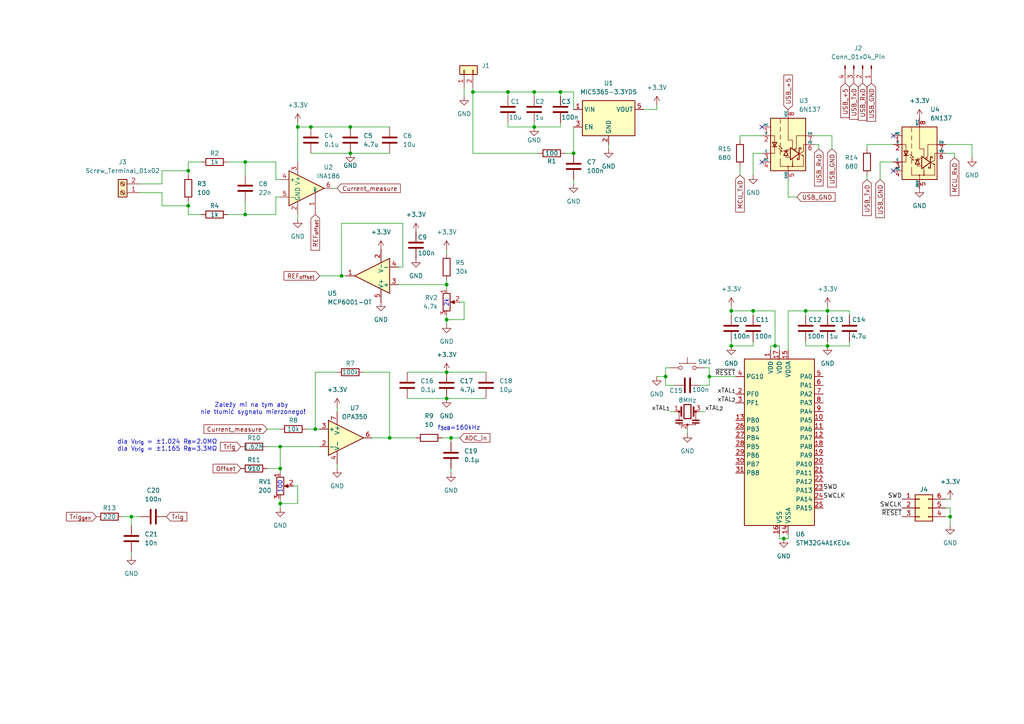
<source format=kicad_sch>
(kicad_sch (version 20250114) (generator "eeschema") (generator_version "9.0")
  (paper "A4")
  (lib_symbols
    (symbol "Amplifier_Current:INA199xxDCK" (pin_names (offset 0.127))
      (property "Reference" "U" (at 3.81 3.81 0))
      (property "Value" "INA199xxDCK" (at 3.81 -2.54 0))
      (symbol "INA199xxDCK_1_1"
        (pin input line (at -7.62 2.54 0) (length 2.54) (name "+") (number "4"))
        (pin input line (at -7.62 -2.54 0) (length 2.54) (name "-") (number "5"))
        (pin power_in line (at -2.54 7.62 270) (length 3.81) (name "V+") (number "3"))
        (pin power_in line (at -2.54 -7.62 90) (length 3.81) (name "GND") (number "2"))
        (pin input line (at 2.54 -7.62 90) (length 6.35) (name "REF") (number "1"))
        (pin output line (at 7.62 0 180) (length 2.54) (name "~") (number "6"))
      )
    )
    (symbol "Amplifier_Operational:MCP6001-OT" (pin_names (offset 0.127))
      (property "Reference" "U" (at -1.27 6.35 0))
      (property "Value" "MCP6001-OT" (at -1.27 3.81 0))
      (symbol "MCP6001-OT_0_1"
        (pin power_in line (at -2.54 7.62 270) (length 3.81) (name "V+") (number "5"))
        (pin power_in line (at -2.54 -7.62 90) (length 3.81) (name "V-") (number "2"))
      )
      (symbol "MCP6001-OT_1_1"
        (pin input line (at -7.62 2.54 0) (length 2.54) (name "+") (number "3"))
        (pin input line (at -7.62 -2.54 0) (length 2.54) (name "-") (number "4"))
        (pin output line (at 7.62 0 180) (length 2.54) (name "~") (number "1"))
      )
    )
    (symbol "Amplifier_Operational:OPA356xxD" (pin_names (offset 0.127))
      (property "Reference" "U" (at 0 6.35 0))
      (property "Value" "OPA356xxD" (at 0 3.81 0))
      (symbol "OPA356xxD_1_1"
        (pin input line (at -7.62 2.54 0) (length 2.54) (name "+") (number "3"))
        (pin input line (at -7.62 -2.54 0) (length 2.54) (name "-") (number "2"))
        (pin power_in line (at -2.54 7.62 270) (length 3.81) (name "V+") (number "7"))
        (pin no_connect line (at -2.54 2.54 270) (length 2.54) (hide yes) (name "NC") (number "1"))
        (pin power_in line (at -2.54 -7.62 90) (length 3.81) (name "V-") (number "4"))
        (pin no_connect line (at 0 2.54 270) (length 2.54) (hide yes) (name "NC") (number "5"))
        (pin no_connect line (at 0 -2.54 90) (length 2.54) (hide yes) (name "NC") (number "8"))
        (pin output line (at 7.62 0 180) (length 2.54) (name "~") (number "6"))
      )
    )
    (symbol "Connector:Conn_01x04_Pin" (pin_names (offset 1.016) (hide yes))
      (property "Reference" "J" (at 0 5.08 0))
      (property "Value" "Conn_01x04_Pin" (at 0 -7.62 0))
      (symbol "Conn_01x04_Pin_1_1"
        (pin passive line (at 5.08 2.54 180) (length 3.81) (name "Pin_1") (number "1"))
        (pin passive line (at 5.08 0 180) (length 3.81) (name "Pin_2") (number "2"))
        (pin passive line (at 5.08 -2.54 180) (length 3.81) (name "Pin_3") (number "3"))
        (pin passive line (at 5.08 -5.08 180) (length 3.81) (name "Pin_4") (number "4"))
      )
    )
    (symbol "Connector:Screw_Terminal_01x02" (pin_names (offset 1.016) (hide yes))
      (property "Reference" "J" (at 0 2.54 0))
      (property "Value" "Screw_Terminal_01x02" (at 0 -5.08 0))
      (symbol "Screw_Terminal_01x02_1_1"
        (pin passive line (at -5.08 0 0) (length 3.81) (name "Pin_1") (number "1"))
        (pin passive line (at -5.08 -2.54 0) (length 3.81) (name "Pin_2") (number "2"))
      )
    )
    (symbol "Connector_Generic:Conn_01x02" (pin_names (offset 1.016) (hide yes))
      (property "Reference" "J" (at 0 2.54 0))
      (property "Value" "Conn_01x02" (at 0 -5.08 0))
      (symbol "Conn_01x02_1_1"
        (pin passive line (at -5.08 0 0) (length 3.81) (name "Pin_1") (number "1"))
        (pin passive line (at -5.08 -2.54 0) (length 3.81) (name "Pin_2") (number "2"))
      )
    )
    (symbol "Connector_Generic:Conn_02x03_Counter_Clockwise" (pin_names (offset 1.016) (hide yes))
      (property "Reference" "J" (at 1.27 5.08 0))
      (property "Value" "Conn_02x03_Counter_Clockwise" (at 1.27 -5.08 0))
      (symbol "Conn_02x03_Counter_Clockwise_1_1"
        (pin passive line (at -5.08 2.54 0) (length 3.81) (name "Pin_1") (number "1"))
        (pin passive line (at -5.08 0 0) (length 3.81) (name "Pin_2") (number "2"))
        (pin passive line (at -5.08 -2.54 0) (length 3.81) (name "Pin_3") (number "3"))
        (pin passive line (at 7.62 2.54 180) (length 3.81) (name "Pin_6") (number "6"))
        (pin passive line (at 7.62 0 180) (length 3.81) (name "Pin_5") (number "5"))
        (pin passive line (at 7.62 -2.54 180) (length 3.81) (name "Pin_4") (number "4"))
      )
    )
    (symbol "Device:C" (pin_numbers (hide yes)) (pin_names (offset 0.254))
      (property "Reference" "C" (at 0.635 2.54 0))
      (property "Value" "C" (at 0.635 -2.54 0))
      (symbol "C_1_1"
        (pin passive line (at 0 3.81 270) (length 2.794) (name "~") (number "1"))
        (pin passive line (at 0 -3.81 90) (length 2.794) (name "~") (number "2"))
      )
    )
    (symbol "Device:R" (pin_numbers (hide yes)) (pin_names (offset 0))
      (property "Reference" "R" (at 2.032 0 90))
      (property "Value" "R" (at 0 0 90))
      (symbol "R_1_1"
        (pin passive line (at 0 3.81 270) (length 1.27) (name "~") (number "1"))
        (pin passive line (at 0 -3.81 90) (length 1.27) (name "~") (number "2"))
      )
    )
    (symbol "Device:R_Potentiometer" (pin_names (offset 1.016) (hide yes))
      (property "Reference" "RV" (at -4.445 0 90))
      (property "Value" "R_Potentiometer" (at -2.54 0 90))
      (symbol "R_Potentiometer_1_1"
        (pin passive line (at 0 3.81 270) (length 1.27) (name "1") (number "1"))
        (pin passive line (at 0 -3.81 90) (length 1.27) (name "3") (number "3"))
        (pin passive line (at 3.81 0 180) (length 1.27) (name "2") (number "2"))
      )
    )
    (symbol "Device:Resonator" (pin_names (offset 1.016) (hide yes))
      (property "Reference" "Y" (at 0 5.715 0))
      (property "Value" "Resonator" (at 0 3.81 0))
      (symbol "Resonator_1_1"
        (pin passive line (at -3.81 0 0) (length 1.27) (name "1") (number "1"))
        (pin passive line (at 0 -5.08 90) (length 1.27) (name "2") (number "2"))
        (pin passive line (at 3.81 0 180) (length 1.27) (name "3") (number "3"))
      )
    )
    (symbol "Isolator:6N137" (pin_names (offset 0))
      (property "Reference" "U" (at -4.064 8.89 0))
      (property "Value" "6N137" (at 0 -8.89 0))
      (symbol "6N137_1_1"
        (pin passive line (at -7.62 5.08 0) (length 2.54) (name "NC") (number "1"))
        (pin passive line (at -7.62 2.54 0) (length 2.54) (name "A") (number "2"))
        (pin passive line (at -7.62 -2.54 0) (length 2.54) (name "C") (number "3"))
        (pin passive line (at -7.62 -5.08 0) (length 2.54) (name "NC") (number "4"))
        (pin power_in line (at 0 10.16 270) (length 2.54) (name "VCC") (number "8"))
        (pin power_in line (at 0 -10.16 90) (length 2.54) (name "GND") (number "5"))
        (pin input line (at 7.62 2.54 180) (length 2.54) (name "EN") (number "7"))
        (pin open_collector line (at 7.62 0 180) (length 2.54) (name "VO") (number "6"))
      )
    )
    (symbol "MCU_ST_STM32G4:STM32G431C8Tx"
      (property "Reference" "U" (at -15.24 39.37 0))
      (property "Value" "STM32G431C8Tx" (at 7.62 39.37 0))
      (symbol "STM32G431C8Tx_1_1"
        (pin input line (at -17.78 33.02 0) (length 2.54) (name "VREF+") (number "20"))
        (pin bidirectional line (at -17.78 27.94 0) (length 2.54) (name "PG10") (number "7"))
        (pin bidirectional line (at -17.78 22.86 0) (length 2.54) (name "PF0") (number "5"))
        (pin bidirectional line (at -17.78 20.32 0) (length 2.54) (name "PF1") (number "6"))
        (pin bidirectional line (at -17.78 15.24 0) (length 2.54) (name "PC13") (number "2"))
        (pin bidirectional line (at -17.78 12.7 0) (length 2.54) (name "PC14") (number "3"))
        (pin bidirectional line (at -17.78 10.16 0) (length 2.54) (name "PC15") (number "4"))
        (pin bidirectional line (at -17.78 5.08 0) (length 2.54) (name "PB0") (number "16"))
        (pin bidirectional line (at -17.78 2.54 0) (length 2.54) (name "PB1") (number "17"))
        (pin bidirectional line (at -17.78 0 0) (length 2.54) (name "PB2") (number "18"))
        (pin bidirectional line (at -17.78 -2.54 0) (length 2.54) (name "PB3") (number "40"))
        (pin bidirectional line (at -17.78 -5.08 0) (length 2.54) (name "PB4") (number "41"))
        (pin bidirectional line (at -17.78 -7.62 0) (length 2.54) (name "PB5") (number "42"))
        (pin bidirectional line (at -17.78 -10.16 0) (length 2.54) (name "PB6") (number "43"))
        (pin bidirectional line (at -17.78 -12.7 0) (length 2.54) (name "PB7") (number "44"))
        (pin bidirectional line (at -17.78 -15.24 0) (length 2.54) (name "PB8") (number "45"))
        (pin bidirectional line (at -17.78 -17.78 0) (length 2.54) (name "PB9") (number "46"))
        (pin bidirectional line (at -17.78 -20.32 0) (length 2.54) (name "PB10") (number "22"))
        (pin bidirectional line (at -17.78 -22.86 0) (length 2.54) (name "PB11") (number "25"))
        (pin bidirectional line (at -17.78 -25.4 0) (length 2.54) (name "PB12") (number "26"))
        (pin bidirectional line (at -17.78 -27.94 0) (length 2.54) (name "PB13") (number "27"))
        (pin bidirectional line (at -17.78 -30.48 0) (length 2.54) (name "PB14") (number "28"))
        (pin bidirectional line (at -17.78 -33.02 0) (length 2.54) (name "PB15") (number "29"))
        (pin power_in line (at -5.08 40.64 270) (length 2.54) (name "VBAT") (number "1"))
        (pin power_in line (at -2.54 40.64 270) (length 2.54) (name "VDD") (number "24"))
        (pin power_in line (at 0 40.64 270) (length 2.54) (name "VDD") (number "36"))
        (pin power_in line (at 0 -40.64 90) (length 2.54) (name "VSS") (number "23"))
        (pin passive line (at 0 -40.64 90) (length 2.54) (hide yes) (name "VSS") (number "35"))
        (pin passive line (at 0 -40.64 90) (length 2.54) (hide yes) (name "VSS") (number "47"))
        (pin power_in line (at 2.54 40.64 270) (length 2.54) (name "VDD") (number "48"))
        (pin power_in line (at 2.54 -40.64 90) (length 2.54) (name "VSSA") (number "19"))
        (pin power_in line (at 5.08 40.64 270) (length 2.54) (name "VDDA") (number "21"))
        (pin bidirectional line (at 17.78 33.02 180) (length 2.54) (name "PA0") (number "8"))
        (pin bidirectional line (at 17.78 30.48 180) (length 2.54) (name "PA1") (number "9"))
        (pin bidirectional line (at 17.78 27.94 180) (length 2.54) (name "PA2") (number "10"))
        (pin bidirectional line (at 17.78 25.4 180) (length 2.54) (name "PA3") (number "11"))
        (pin bidirectional line (at 17.78 22.86 180) (length 2.54) (name "PA4") (number "12"))
        (pin bidirectional line (at 17.78 20.32 180) (length 2.54) (name "PA5") (number "13"))
        (pin bidirectional line (at 17.78 17.78 180) (length 2.54) (name "PA6") (number "14"))
        (pin bidirectional line (at 17.78 15.24 180) (length 2.54) (name "PA7") (number "15"))
        (pin bidirectional line (at 17.78 12.7 180) (length 2.54) (name "PA8") (number "30"))
        (pin bidirectional line (at 17.78 10.16 180) (length 2.54) (name "PA9") (number "31"))
        (pin bidirectional line (at 17.78 7.62 180) (length 2.54) (name "PA10") (number "32"))
        (pin bidirectional line (at 17.78 5.08 180) (length 2.54) (name "PA11") (number "33"))
        (pin bidirectional line (at 17.78 2.54 180) (length 2.54) (name "PA12") (number "34"))
        (pin bidirectional line (at 17.78 0 180) (length 2.54) (name "PA13") (number "37"))
        (pin bidirectional line (at 17.78 -2.54 180) (length 2.54) (name "PA14") (number "38"))
        (pin bidirectional line (at 17.78 -5.08 180) (length 2.54) (name "PA15") (number "39"))
      )
    )
    (symbol "MCU_ST_STM32G4:STM32G4A1KEUx"
      (property "Reference" "U" (at -10.16 26.67 0))
      (property "Value" "STM32G4A1KEUx" (at 5.08 26.67 0))
      (symbol "STM32G4A1KEUx_1_1"
        (pin bidirectional line (at -12.7 20.32 0) (length 2.54) (name "PG10") (number "4"))
        (pin bidirectional line (at -12.7 15.24 0) (length 2.54) (name "PF0") (number "2"))
        (pin bidirectional line (at -12.7 12.7 0) (length 2.54) (name "PF1") (number "3"))
        (pin bidirectional line (at -12.7 7.62 0) (length 2.54) (name "PB0") (number "13"))
        (pin bidirectional line (at -12.7 5.08 0) (length 2.54) (name "PB3") (number "26"))
        (pin bidirectional line (at -12.7 2.54 0) (length 2.54) (name "PB4") (number "27"))
        (pin bidirectional line (at -12.7 0 0) (length 2.54) (name "PB5") (number "28"))
        (pin bidirectional line (at -12.7 -2.54 0) (length 2.54) (name "PB6") (number "29"))
        (pin bidirectional line (at -12.7 -5.08 0) (length 2.54) (name "PB7") (number "30"))
        (pin bidirectional line (at -12.7 -7.62 0) (length 2.54) (name "PB8") (number "31"))
        (pin power_in line (at -2.54 27.94 270) (length 2.54) (name "VDD") (number "1"))
        (pin power_in line (at 0 27.94 270) (length 2.54) (name "VDD") (number "17"))
        (pin power_in line (at 0 -25.4 90) (length 2.54) (name "VSS") (number "16"))
        (pin passive line (at 0 -25.4 90) (length 2.54) (hide yes) (name "VSS") (number "32"))
        (pin passive line (at 0 -25.4 90) (length 2.54) (hide yes) (name "VSS") (number "33"))
        (pin power_in line (at 2.54 27.94 270) (length 2.54) (name "VDDA") (number "15"))
        (pin power_in line (at 2.54 -25.4 90) (length 2.54) (name "VSSA") (number "14"))
        (pin bidirectional line (at 12.7 20.32 180) (length 2.54) (name "PA0") (number "5"))
        (pin bidirectional line (at 12.7 17.78 180) (length 2.54) (name "PA1") (number "6"))
        (pin bidirectional line (at 12.7 15.24 180) (length 2.54) (name "PA2") (number "7"))
        (pin bidirectional line (at 12.7 12.7 180) (length 2.54) (name "PA3") (number "8"))
        (pin bidirectional line (at 12.7 10.16 180) (length 2.54) (name "PA4") (number "9"))
        (pin bidirectional line (at 12.7 7.62 180) (length 2.54) (name "PA5") (number "10"))
        (pin bidirectional line (at 12.7 5.08 180) (length 2.54) (name "PA6") (number "11"))
        (pin bidirectional line (at 12.7 2.54 180) (length 2.54) (name "PA7") (number "12"))
        (pin bidirectional line (at 12.7 0 180) (length 2.54) (name "PA8") (number "18"))
        (pin bidirectional line (at 12.7 -2.54 180) (length 2.54) (name "PA9") (number "19"))
        (pin bidirectional line (at 12.7 -5.08 180) (length 2.54) (name "PA10") (number "20"))
        (pin bidirectional line (at 12.7 -7.62 180) (length 2.54) (name "PA11") (number "21"))
        (pin bidirectional line (at 12.7 -10.16 180) (length 2.54) (name "PA12") (number "22"))
        (pin bidirectional line (at 12.7 -12.7 180) (length 2.54) (name "PA13") (number "23"))
        (pin bidirectional line (at 12.7 -15.24 180) (length 2.54) (name "PA14") (number "24"))
        (pin bidirectional line (at 12.7 -17.78 180) (length 2.54) (name "PA15") (number "25"))
      )
    )
    (symbol "Regulator_Linear:MIC5365-3.3YD5"
      (property "Reference" "U" (at -7.62 6.35 0))
      (property "Value" "MIC5365-3.3YD5" (at 0 6.35 0))
      (symbol "MIC5365-3.3YD5_1_1"
        (pin power_in line (at -10.16 2.54 0) (length 2.54) (name "VIN") (number "1"))
        (pin input line (at -10.16 -2.54 0) (length 2.54) (name "EN") (number "3"))
        (pin power_in line (at 0 -7.62 90) (length 2.54) (name "GND") (number "2"))
        (pin no_connect line (at 7.62 -2.54 180) (length 2.54) (hide yes) (name "NC") (number "4"))
        (pin power_out line (at 10.16 2.54 180) (length 2.54) (name "VOUT") (number "5"))
      )
    )
    (symbol "Switch:SW_Push" (pin_numbers (hide yes)) (pin_names (offset 1.016) (hide yes))
      (property "Reference" "SW" (at 1.27 2.54 0))
      (property "Value" "SW_Push" (at 0 -1.524 0))
      (symbol "SW_Push_0_1"
        (pin passive line (at -5.08 0 0) (length 2.54) (name "1") (number "1"))
        (pin passive line (at 5.08 0 180) (length 2.54) (name "2") (number "2"))
      )
    )
    (symbol "power:+3.3V" (power) (pin_numbers (hide yes)) (pin_names (offset 0) (hide yes))
      (property "Value" "+3.3V" (at 0 3.556 0))
      (symbol "+3.3V_1_1"
        (pin power_in line (at 0 0 90) (length 0) (name "~") (number "1"))
      )
    )
    (symbol "power:GND" (power) (pin_numbers (hide yes)) (pin_names (offset 0) (hide yes))
      (property "Value" "GND" (at 0 -3.81 0))
      (symbol "GND_1_1"
        (pin power_in line (at 0 0 270) (length 0) (name "~") (number "1"))
      )
    )
  )
  (text "Zależy mi na tym aby \nnie tłumić sygnału mierzonego!" (exclude_from_sim yes) (at 73.406 118.618 0) (effects (font (size 1.27 1.27))))
  (text "2k" (at 129.54 87.884 90) (effects (font (size 1.27 1.27))))
  (text "100" (at 81.28 141.224 90) (effects (font (size 1.27 1.27))))
  (text "f_{3dB}=160kHz" (exclude_from_sim yes) (at 133.096 124.206 0) (effects (font (size 1.27 1.27))))
  (text "dla V_{trig} = ±1.024 R_{8}=2.0MΩ\ndla V_{trig} = ±1.165 R_{8}=3.3MΩ\n" (at 48.514 129.286 0) (effects (font (size 1.27 1.27))))
  (junction (at 166.37 44.45))
  (junction (at 113.03 127))
  (junction (at 81.28 135.89))
  (junction (at 224.79 100.33))
  (junction (at 54.61 49.53))
  (junction (at 240.03 90.17))
  (junction (at 129.54 92.71))
  (junction (at 147.32 26.67))
  (junction (at 91.44 124.46))
  (junction (at 212.09 90.17))
  (junction (at 227.33 156.21))
  (junction (at 130.81 127))
  (junction (at 129.54 115.57))
  (junction (at 101.6 36.83))
  (junction (at 275.59 149.86))
  (junction (at 218.44 90.17))
  (junction (at 71.12 62.23))
  (junction (at 240.03 100.33))
  (junction (at 129.54 82.55))
  (junction (at 71.12 46.99))
  (junction (at 212.09 100.33))
  (junction (at 54.61 59.69))
  (junction (at 137.16 26.67))
  (junction (at 90.17 36.83))
  (junction (at 154.94 36.83))
  (junction (at 193.04 109.22))
  (junction (at 162.56 26.67))
  (junction (at 129.54 107.95))
  (junction (at 205.74 109.22))
  (junction (at 86.36 36.83))
  (junction (at 81.28 129.54))
  (junction (at 99.06 80.01))
  (junction (at 101.6 44.45))
  (junction (at 81.28 146.05))
  (junction (at 233.68 90.17))
  (junction (at 154.94 26.67))
  (junction (at 38.1 149.86))
  (no_connect (at 220.98 36.83))
  (no_connect (at 259.08 39.37))
  (no_connect (at 220.98 46.99))
  (no_connect (at 259.08 49.53))
  (wire (pts (xy 166.37 26.67) (xy 162.56 26.67)))
  (wire (pts (xy 129.54 115.57) (xy 140.97 115.57)))
  (wire (pts (xy 71.12 50.8) (xy 71.12 46.99)))
  (wire (pts (xy 129.54 91.44) (xy 129.54 92.71)))
  (wire (pts (xy 129.54 81.28) (xy 129.54 82.55)))
  (wire (pts (xy 77.47 124.46) (xy 81.28 124.46)))
  (wire (pts (xy 129.54 107.95) (xy 140.97 107.95)))
  (wire (pts (xy 86.36 36.83) (xy 90.17 36.83)))
  (wire (pts (xy 205.74 109.22) (xy 213.36 109.22)))
  (wire (pts (xy 255.27 46.99) (xy 259.08 46.99)))
  (wire (pts (xy 40.64 55.88) (xy 46.99 55.88)))
  (wire (pts (xy 113.03 127) (xy 107.95 127)))
  (wire (pts (xy 86.36 140.97) (xy 85.09 140.97)))
  (wire (pts (xy 80.01 52.07) (xy 80.01 46.99)))
  (wire (pts (xy 255.27 52.07) (xy 255.27 46.99)))
  (wire (pts (xy 134.62 92.71) (xy 134.62 87.63)))
  (wire (pts (xy 97.79 134.62) (xy 97.79 135.89)))
  (wire (pts (xy 81.28 52.07) (xy 80.01 52.07)))
  (wire (pts (xy 129.54 72.39) (xy 129.54 73.66)))
  (wire (pts (xy 113.03 127) (xy 120.65 127)))
  (wire (pts (xy 233.68 90.17) (xy 233.68 91.44)))
  (wire (pts (xy 129.54 82.55) (xy 129.54 83.82)))
  (wire (pts (xy 129.54 92.71) (xy 129.54 93.98)))
  (wire (pts (xy 205.74 111.76) (xy 205.74 109.22)))
  (wire (pts (xy 129.54 92.71) (xy 134.62 92.71)))
  (wire (pts (xy 86.36 62.23) (xy 86.36 63.5)))
  (wire (pts (xy 71.12 62.23) (xy 80.01 62.23)))
  (wire (pts (xy 66.04 46.99) (xy 71.12 46.99)))
  (wire (pts (xy 199.39 124.46) (xy 199.39 125.73)))
  (wire (pts (xy 274.32 144.78) (xy 275.59 144.78)))
  (wire (pts (xy 237.49 41.91) (xy 236.22 41.91)))
  (wire (pts (xy 147.32 26.67) (xy 147.32 27.94)))
  (wire (pts (xy 251.46 52.07) (xy 251.46 50.8)))
  (wire (pts (xy 46.99 53.34) (xy 46.99 49.53)))
  (wire (pts (xy 116.84 64.77) (xy 99.06 64.77)))
  (wire (pts (xy 233.68 90.17) (xy 228.6 90.17)))
  (wire (pts (xy 81.28 146.05) (xy 81.28 147.32)))
  (wire (pts (xy 137.16 26.67) (xy 147.32 26.67)))
  (wire (pts (xy 274.32 149.86) (xy 275.59 149.86)))
  (wire (pts (xy 226.06 100.33) (xy 226.06 101.6)))
  (wire (pts (xy 54.61 58.42) (xy 54.61 59.69)))
  (wire (pts (xy 90.17 44.45) (xy 101.6 44.45)))
  (wire (pts (xy 240.03 100.33) (xy 246.38 100.33)))
  (wire (pts (xy 223.52 101.6) (xy 223.52 100.33)))
  (wire (pts (xy 54.61 46.99) (xy 58.42 46.99)))
  (wire (pts (xy 166.37 31.75) (xy 166.37 26.67)))
  (wire (pts (xy 54.61 62.23) (xy 58.42 62.23)))
  (wire (pts (xy 212.09 90.17) (xy 212.09 91.44)))
  (wire (pts (xy 154.94 35.56) (xy 154.94 36.83)))
  (wire (pts (xy 275.59 149.86) (xy 275.59 152.4)))
  (wire (pts (xy 218.44 44.45) (xy 218.44 50.8)))
  (wire (pts (xy 130.81 127) (xy 130.81 128.27)))
  (wire (pts (xy 81.28 146.05) (xy 81.28 144.78)))
  (wire (pts (xy 66.04 62.23) (xy 71.12 62.23)))
  (wire (pts (xy 281.94 41.91) (xy 281.94 45.72)))
  (wire (pts (xy 91.44 124.46) (xy 92.71 124.46)))
  (wire (pts (xy 130.81 127) (xy 133.35 127)))
  (wire (pts (xy 54.61 59.69) (xy 54.61 62.23)))
  (wire (pts (xy 224.79 90.17) (xy 218.44 90.17)))
  (wire (pts (xy 246.38 100.33) (xy 246.38 99.06)))
  (wire (pts (xy 240.03 88.9) (xy 240.03 90.17)))
  (wire (pts (xy 218.44 99.06) (xy 218.44 100.33)))
  (wire (pts (xy 218.44 100.33) (xy 212.09 100.33)))
  (wire (pts (xy 40.64 53.34) (xy 46.99 53.34)))
  (wire (pts (xy 81.28 135.89) (xy 81.28 129.54)))
  (wire (pts (xy 163.83 44.45) (xy 166.37 44.45)))
  (wire (pts (xy 214.63 40.64) (xy 214.63 39.37)))
  (wire (pts (xy 190.5 30.48) (xy 190.5 31.75)))
  (wire (pts (xy 113.03 107.95) (xy 113.03 127)))
  (wire (pts (xy 77.47 129.54) (xy 81.28 129.54)))
  (wire (pts (xy 115.57 82.55) (xy 129.54 82.55)))
  (wire (pts (xy 38.1 149.86) (xy 40.64 149.86)))
  (wire (pts (xy 134.62 87.63) (xy 133.35 87.63)))
  (wire (pts (xy 101.6 36.83) (xy 113.03 36.83)))
  (wire (pts (xy 46.99 49.53) (xy 54.61 49.53)))
  (wire (pts (xy 99.06 64.77) (xy 99.06 80.01)))
  (wire (pts (xy 105.41 107.95) (xy 113.03 107.95)))
  (wire (pts (xy 71.12 58.42) (xy 71.12 62.23)))
  (wire (pts (xy 100.33 80.01) (xy 99.06 80.01)))
  (wire (pts (xy 81.28 146.05) (xy 86.36 146.05)))
  (wire (pts (xy 233.68 100.33) (xy 240.03 100.33)))
  (wire (pts (xy 251.46 41.91) (xy 259.08 41.91)))
  (wire (pts (xy 128.27 127) (xy 130.81 127)))
  (wire (pts (xy 147.32 36.83) (xy 154.94 36.83)))
  (wire (pts (xy 137.16 25.4) (xy 137.16 26.67)))
  (wire (pts (xy 205.74 109.22) (xy 205.74 106.68)))
  (wire (pts (xy 233.68 99.06) (xy 233.68 100.33)))
  (wire (pts (xy 38.1 149.86) (xy 38.1 152.4)))
  (wire (pts (xy 193.04 106.68) (xy 193.04 109.22)))
  (wire (pts (xy 214.63 39.37) (xy 220.98 39.37)))
  (wire (pts (xy 274.32 41.91) (xy 281.94 41.91)))
  (wire (pts (xy 218.44 90.17) (xy 218.44 91.44)))
  (wire (pts (xy 227.33 156.21) (xy 228.6 156.21)))
  (wire (pts (xy 240.03 99.06) (xy 240.03 100.33)))
  (wire (pts (xy 80.01 62.23) (xy 80.01 57.15)))
  (wire (pts (xy 186.69 31.75) (xy 190.5 31.75)))
  (wire (pts (xy 176.53 41.91) (xy 176.53 43.18)))
  (wire (pts (xy 236.22 39.37) (xy 241.3 39.37)))
  (wire (pts (xy 154.94 26.67) (xy 154.94 27.94)))
  (wire (pts (xy 96.52 54.61) (xy 97.79 54.61)))
  (wire (pts (xy 203.2 111.76) (xy 205.74 111.76)))
  (wire (pts (xy 194.31 119.38) (xy 195.58 119.38)))
  (wire (pts (xy 81.28 129.54) (xy 92.71 129.54)))
  (wire (pts (xy 228.6 90.17) (xy 228.6 101.6)))
  (wire (pts (xy 166.37 44.45) (xy 166.37 36.83)))
  (wire (pts (xy 246.38 91.44) (xy 246.38 90.17)))
  (wire (pts (xy 81.28 137.16) (xy 81.28 135.89)))
  (wire (pts (xy 274.32 44.45) (xy 276.86 44.45)))
  (wire (pts (xy 54.61 49.53) (xy 54.61 50.8)))
  (wire (pts (xy 220.98 44.45) (xy 218.44 44.45)))
  (wire (pts (xy 80.01 57.15) (xy 81.28 57.15)))
  (wire (pts (xy 46.99 59.69) (xy 54.61 59.69)))
  (wire (pts (xy 241.3 43.18) (xy 241.3 39.37)))
  (wire (pts (xy 194.31 106.68) (xy 193.04 106.68)))
  (wire (pts (xy 224.79 100.33) (xy 226.06 100.33)))
  (wire (pts (xy 212.09 88.9) (xy 212.09 90.17)))
  (wire (pts (xy 147.32 35.56) (xy 147.32 36.83)))
  (wire (pts (xy 156.21 44.45) (xy 137.16 44.45)))
  (wire (pts (xy 240.03 90.17) (xy 240.03 91.44)))
  (wire (pts (xy 214.63 50.8) (xy 214.63 48.26)))
  (wire (pts (xy 246.38 90.17) (xy 240.03 90.17)))
  (wire (pts (xy 91.44 124.46) (xy 91.44 107.95)))
  (wire (pts (xy 116.84 77.47) (xy 115.57 77.47)))
  (wire (pts (xy 54.61 46.99) (xy 54.61 49.53)))
  (wire (pts (xy 86.36 36.83) (xy 86.36 46.99)))
  (wire (pts (xy 71.12 46.99) (xy 80.01 46.99)))
  (wire (pts (xy 274.32 147.32) (xy 275.59 147.32)))
  (wire (pts (xy 147.32 26.67) (xy 154.94 26.67)))
  (wire (pts (xy 46.99 55.88) (xy 46.99 59.69)))
  (wire (pts (xy 204.47 106.68) (xy 205.74 106.68)))
  (wire (pts (xy 212.09 99.06) (xy 212.09 100.33)))
  (wire (pts (xy 276.86 45.72) (xy 276.86 44.45)))
  (wire (pts (xy 228.6 154.94) (xy 228.6 156.21)))
  (wire (pts (xy 231.14 57.15) (xy 228.6 57.15)))
  (wire (pts (xy 86.36 146.05) (xy 86.36 140.97)))
  (wire (pts (xy 99.06 80.01) (xy 92.71 80.01)))
  (wire (pts (xy 251.46 43.18) (xy 251.46 41.91)))
  (wire (pts (xy 91.44 107.95) (xy 97.79 107.95)))
  (wire (pts (xy 212.09 90.17) (xy 218.44 90.17)))
  (wire (pts (xy 223.52 100.33) (xy 224.79 100.33)))
  (wire (pts (xy 162.56 26.67) (xy 162.56 27.94)))
  (wire (pts (xy 38.1 160.02) (xy 38.1 161.29)))
  (wire (pts (xy 190.5 109.22) (xy 193.04 109.22)))
  (wire (pts (xy 97.79 118.11) (xy 97.79 119.38)))
  (wire (pts (xy 275.59 147.32) (xy 275.59 149.86)))
  (wire (pts (xy 90.17 36.83) (xy 101.6 36.83)))
  (wire (pts (xy 162.56 26.67) (xy 154.94 26.67)))
  (wire (pts (xy 134.62 25.4) (xy 134.62 27.94)))
  (wire (pts (xy 137.16 44.45) (xy 137.16 26.67)))
  (wire (pts (xy 228.6 57.15) (xy 228.6 52.07)))
  (wire (pts (xy 118.11 107.95) (xy 129.54 107.95)))
  (wire (pts (xy 116.84 77.47) (xy 116.84 64.77)))
  (wire (pts (xy 193.04 109.22) (xy 193.04 111.76)))
  (wire (pts (xy 162.56 35.56) (xy 162.56 36.83)))
  (wire (pts (xy 118.11 115.57) (xy 129.54 115.57)))
  (wire (pts (xy 130.81 135.89) (xy 130.81 137.16)))
  (wire (pts (xy 193.04 111.76) (xy 195.58 111.76)))
  (wire (pts (xy 237.49 43.18) (xy 237.49 41.91)))
  (wire (pts (xy 240.03 90.17) (xy 233.68 90.17)))
  (wire (pts (xy 226.06 156.21) (xy 227.33 156.21)))
  (wire (pts (xy 35.56 149.86) (xy 38.1 149.86)))
  (wire (pts (xy 86.36 35.56) (xy 86.36 36.83)))
  (wire (pts (xy 77.47 135.89) (xy 81.28 135.89)))
  (wire (pts (xy 203.2 119.38) (xy 204.47 119.38)))
  (wire (pts (xy 226.06 154.94) (xy 226.06 156.21)))
  (wire (pts (xy 88.9 124.46) (xy 91.44 124.46)))
  (wire (pts (xy 224.79 100.33) (xy 224.79 90.17)))
  (wire (pts (xy 154.94 36.83) (xy 162.56 36.83)))
  (wire (pts (xy 101.6 44.45) (xy 113.03 44.45)))
  (wire (pts (xy 166.37 52.07) (xy 166.37 53.34)))
  (label "xTAL_{1}" (at 194.31 119.38 180))
  (label "~{RESET}" (at 261.62 149.86 180))
  (label "SWD" (at 261.62 144.78 180))
  (label "SWCLK" (at 238.76 144.78 0))
  (label "SWD" (at 238.76 142.24 0))
  (label "~{RESET}" (at 213.36 109.22 180))
  (label "SWCLK" (at 261.62 147.32 180))
  (label "xTAL_{2}" (at 213.36 116.84 180))
  (label "xTAL_{1}" (at 213.36 114.3 180))
  (label "xTAL_{2}" (at 204.47 119.38 0))
  (global_label "USB_GND" (shape input) (at 255.27 52.07 270) (property "Intersheetrefs" "${INTERSHEET_REFS}" (effects (hide yes))))
  (global_label "USB_+5" (shape input) (at 228.6 31.75 90) (property "Intersheetrefs" "${INTERSHEET_REFS}" (effects (hide yes))))
  (global_label "USB_RxD" (shape input) (at 237.49 43.18 270) (property "Intersheetrefs" "${INTERSHEET_REFS}" (effects (hide yes))))
  (global_label "USB_+5" (shape input) (at 245.11 24.13 270) (property "Intersheetrefs" "${INTERSHEET_REFS}" (effects (hide yes))))
  (global_label "REF_{offset}" (shape input) (at 91.44 62.23 270) (property "Intersheetrefs" "${INTERSHEET_REFS}" (effects (hide yes))))
  (global_label "Current_measure" (shape input) (at 97.79 54.61 0) (property "Intersheetrefs" "${INTERSHEET_REFS}" (effects (hide yes))))
  (global_label "USB_TxD" (shape input) (at 251.46 52.07 270) (property "Intersheetrefs" "${INTERSHEET_REFS}" (effects (hide yes))))
  (global_label "Trig" (shape input) (at 69.85 129.54 180) (property "Intersheetrefs" "${INTERSHEET_REFS}" (effects (hide yes))))
  (global_label "USB_GND" (shape input) (at 252.73 24.13 270) (property "Intersheetrefs" "${INTERSHEET_REFS}" (effects (hide yes))))
  (global_label "MCU_TxD" (shape input) (at 214.63 50.8 270) (property "Intersheetrefs" "${INTERSHEET_REFS}" (effects (hide yes))))
  (global_label "REF_{offset}" (shape input) (at 92.71 80.01 180) (property "Intersheetrefs" "${INTERSHEET_REFS}" (effects (hide yes))))
  (global_label "Current_measure" (shape input) (at 77.47 124.46 180) (property "Intersheetrefs" "${INTERSHEET_REFS}" (effects (hide yes))))
  (global_label "USB_TxD" (shape input) (at 247.65 24.13 270) (property "Intersheetrefs" "${INTERSHEET_REFS}" (effects (hide yes))))
  (global_label "Trig" (shape input) (at 48.26 149.86 0) (property "Intersheetrefs" "${INTERSHEET_REFS}" (effects (hide yes))))
  (global_label "MCU_RxD" (shape input) (at 276.86 45.72 270) (property "Intersheetrefs" "${INTERSHEET_REFS}" (effects (hide yes))))
  (global_label "USB_RxD" (shape input) (at 250.19 24.13 270) (property "Intersheetrefs" "${INTERSHEET_REFS}" (effects (hide yes))))
  (global_label "Trig_{gen}" (shape input) (at 27.94 149.86 180) (property "Intersheetrefs" "${INTERSHEET_REFS}" (effects (hide yes))))
  (global_label "USB_GND" (shape input) (at 241.3 43.18 270) (property "Intersheetrefs" "${INTERSHEET_REFS}" (effects (hide yes))))
  (global_label "Offset" (shape input) (at 69.85 135.89 180) (property "Intersheetrefs" "${INTERSHEET_REFS}" (effects (hide yes))))
  (global_label "ADC_in" (shape input) (at 133.35 127 0) (property "Intersheetrefs" "${INTERSHEET_REFS}" (effects (hide yes))))
  (global_label "USB_GND" (shape input) (at 231.14 57.15 0) (property "Intersheetrefs" "${INTERSHEET_REFS}" (effects (hide yes))))
  (symbol (lib_id "power:GND") (at 266.7 54.61 0) (unit 1)
    (property "Reference" "#PWR010" (effects (hide yes)))
    (property "Value" "GND" (at 266.7 59.69 0))
    (property "Description" "Power symbol creates a global label with name \"GND\" , ground" (effects (hide yes)))
  )
  (symbol (lib_id "power:GND") (at 190.5 109.22 0) (unit 1)
    (property "Reference" "#PWR020" (effects (hide yes)))
    (property "Value" "GND" (at 190.5 114.3 0))
    (property "Description" "Power symbol creates a global label with name \"GND\" , ground" (effects (hide yes)))
  )
  (symbol (lib_id "Switch:SW_Push") (at 199.39 106.68 0) (unit 1)
    (property "Reference" "SW1" (at 206.502 104.902 0) (effects (justify right)))
    (property "Value" "SW_Push" (effects (hide yes)))
    (property "Footprint" "Button_Switch_SMD:SW_SPST_PTS647_Sx38" (effects (hide yes)))
    (property "Description" "Push button switch, generic, two pins" (effects (hide yes)))
  )
  (symbol (lib_id "power:GND") (at 218.44 50.8 0) (unit 1)
    (property "Reference" "#PWR033" (effects (hide yes)))
    (property "Value" "GND" (at 218.44 55.88 0))
    (property "Description" "Power symbol creates a global label with name \"GND\" , ground" (effects (hide yes)))
  )
  (symbol (lib_id "Device:R") (at 124.46 127 270) (unit 1)
    (property "Reference" "R9" (at 124.46 120.65 90))
    (property "Value" "10" (at 124.46 123.19 90))
    (property "Description" "Resistor" (effects (hide yes)))
  )
  (symbol (lib_id "Device:R") (at 129.54 77.47 0) (unit 1)
    (property "Reference" "R5" (at 132.08 76.1999 0) (effects (justify left)))
    (property "Value" "30k" (at 132.08 78.7399 0) (effects (justify left)))
    (property "Description" "Resistor" (effects (hide yes)))
  )
  (symbol (lib_id "power:GND") (at 240.03 100.33 0) (unit 1)
    (property "Reference" "#PWR018" (effects (hide yes)))
    (property "Value" "GND" (at 240.03 105.41 0))
    (property "Description" "Power symbol creates a global label with name \"GND\" , ground" (effects (hide yes)))
  )
  (symbol (lib_id "Connector:Conn_01x04_Pin") (at 250.19 19.05 270) (unit 1)
    (property "Reference" "J2" (at 248.92 13.97 90))
    (property "Value" "Conn_01x04_Pin" (at 248.92 16.51 90))
    (property "Footprint" "Connector_PinHeader_2.54mm:PinHeader_1x04_P2.54mm_Vertical" (effects (hide yes)))
    (property "Description" "Generic connector, single row, 01x04, script generated" (effects (hide yes)))
  )
  (symbol (lib_id "Device:C") (at 218.44 95.25 0) (unit 1)
    (property "Reference" "C11" (at 219.202 92.71 0) (effects (justify left)))
    (property "Value" "100n" (at 218.948 97.536 0) (effects (justify left)))
    (property "Description" "Unpolarized capacitor" (effects (hide yes)))
  )
  (symbol (lib_id "Connector_Generic:Conn_01x02") (at 134.62 20.32 90) (unit 1)
    (property "Reference" "J1" (at 139.7 19.0499 90) (effects (justify right)))
    (property "Value" "Conn_01x02" (effects (hide yes)))
    (property "Footprint" "Connector_PinHeader_2.54mm:PinHeader_1x02_P2.54mm_Vertical" (effects (hide yes)))
    (property "Description" "Generic connector, single row, 01x02, script generated (kicad-library-utils/schlib/autogen/connector/)" (effects (hide yes)))
  )
  (symbol (lib_id "Device:R") (at 251.46 46.99 0) (unit 1)
    (property "Reference" "R14" (at 248.92 45.7199 0) (effects (justify right)))
    (property "Value" "680" (at 248.92 48.2599 0) (effects (justify right)))
    (property "Description" "Resistor" (effects (hide yes)))
  )
  (symbol (lib_id "power:GND") (at 275.59 152.4 0) (unit 1)
    (property "Reference" "#PWR026" (effects (hide yes)))
    (property "Value" "GND" (at 275.59 157.48 0))
    (property "Description" "Power symbol creates a global label with name \"GND\" , ground" (effects (hide yes)))
  )
  (symbol (lib_id "Device:R") (at 54.61 54.61 0) (unit 1)
    (property "Reference" "R3" (at 57.15 53.3399 0) (effects (justify left)))
    (property "Value" "100" (at 57.15 55.8799 0) (effects (justify left)))
    (property "Description" "Resistor" (effects (hide yes)))
  )
  (symbol (lib_id "Device:R") (at 62.23 46.99 90) (unit 1)
    (property "Reference" "R2" (at 62.23 44.45 90))
    (property "Value" "1k" (at 62.23 46.99 90))
    (property "Description" "Resistor" (effects (hide yes)))
  )
  (symbol (lib_id "Device:C") (at 90.17 40.64 0) (unit 1)
    (property "Reference" "C4" (at 93.98 39.3699 0) (effects (justify left)))
    (property "Value" "0.1u" (at 93.98 41.9099 0) (effects (justify left)))
    (property "Description" "Unpolarized capacitor" (effects (hide yes)))
  )
  (symbol (lib_id "Device:C") (at 71.12 54.61 0) (unit 1)
    (property "Reference" "C8" (at 74.93 53.3399 0) (effects (justify left)))
    (property "Value" "22n" (at 74.93 55.8799 0) (effects (justify left)))
    (property "Description" "Unpolarized capacitor" (effects (hide yes)))
  )
  (symbol (lib_id "power:+3.3V") (at 190.5 30.48 0) (unit 1)
    (property "Reference" "#PWR02" (effects (hide yes)))
    (property "Value" "+3.3V" (at 190.5 25.4 0))
    (property "Description" "Power symbol creates a global label with name \"+3.3V\"" (effects (hide yes)))
  )
  (symbol (lib_id "Device:C") (at 166.37 48.26 0) (unit 1)
    (property "Reference" "C7" (at 170.18 46.9899 0) (effects (justify left)))
    (property "Value" "100n" (at 170.18 49.5299 0) (effects (justify left)))
    (property "Description" "Unpolarized capacitor" (effects (hide yes)))
  )
  (symbol (lib_id "Device:C") (at 130.81 132.08 0) (unit 1)
    (property "Reference" "C19" (at 134.62 130.8099 0) (effects (justify left)))
    (property "Value" "0.1µ" (at 134.62 133.3499 0) (effects (justify left)))
    (property "Description" "Unpolarized capacitor" (effects (hide yes)))
  )
  (symbol (lib_id "Isolator:6N137") (at 228.6 41.91 0) (unit 1)
    (property "Reference" "U3" (at 231.7181 29.21 0) (effects (justify left)))
    (property "Value" "6N137" (at 231.7181 31.75 0) (effects (justify left)))
    (property "Footprint" "Package_DIP:DIP-8_W7.62mm" (effects (hide yes)))
    (property "Datasheet" "https://docs.broadcom.com/docs/AV02-0940EN" (effects (hide yes)))
    (property "Description" "Single High Speed LSTTL/TTL Compatible Optocoupler with enable, dV/dt 1000/us, VCM 10, max 7V VCC, DIP-8" (effects (hide yes)))
  )
  (symbol (lib_id "Device:R") (at 160.02 44.45 90) (unit 1)
    (property "Reference" "R1" (at 160.02 46.736 90))
    (property "Value" "100" (at 160.02 44.45 90))
    (property "Description" "Resistor" (effects (hide yes)))
  )
  (symbol (lib_id "Device:R") (at 101.6 107.95 90) (unit 1)
    (property "Reference" "R7" (at 101.6 105.41 90))
    (property "Value" "100k" (at 101.6 107.95 90))
    (property "Description" "Resistor" (effects (hide yes)))
  )
  (symbol (lib_id "Device:R") (at 73.66 129.54 90) (unit 1)
    (property "Reference" "R10" (at 73.66 127 90))
    (property "Value" "1.62M" (at 73.66 129.54 90))
    (property "Description" "Resistor" (effects (hide yes)))
  )
  (symbol (lib_id "power:+3.3V") (at 266.7 34.29 0) (unit 1)
    (property "Reference" "#PWR08" (effects (hide yes)))
    (property "Value" "+3.3V" (at 266.7 29.21 0))
    (property "Description" "Power symbol creates a global label with name \"+3.3V\"" (effects (hide yes)))
  )
  (symbol (lib_id "Device:C") (at 129.54 111.76 0) (unit 1)
    (property "Reference" "C17" (at 133.35 110.4899 0) (effects (justify left)))
    (property "Value" "4.7µ" (at 133.35 113.0299 0) (effects (justify left)))
    (property "Description" "Unpolarized capacitor" (effects (hide yes)))
  )
  (symbol (lib_id "Device:Resonator") (at 199.39 119.38 0) (unit 1)
    (property "Reference" "Y1" (effects (hide yes)))
    (property "Value" "8MHz" (at 199.39 116.078 0))
    (property "Footprint" "Filter:Filter_Mini-Circuits_FV1206-7" (effects (hide yes)))
    (property "Description" "Three pin ceramic resonator" (effects (hide yes)))
  )
  (symbol (lib_id "Connector:Screw_Terminal_01x02") (at 35.56 55.88 180) (unit 1)
    (property "Reference" "J3" (at 35.56 46.99 0))
    (property "Value" "Screw_Terminal_01x02" (at 35.56 49.53 0))
    (property "Description" "Generic screw terminal, single row, 01x02, script generated (kicad-library-utils/schlib/autogen/connector/)" (effects (hide yes)))
  )
  (symbol (lib_id "power:GND") (at 97.79 135.89 0) (unit 1)
    (property "Reference" "#PWR028" (effects (hide yes)))
    (property "Value" "GND" (at 97.79 140.97 0))
    (property "Description" "Power symbol creates a global label with name \"GND\" , ground" (effects (hide yes)))
  )
  (symbol (lib_id "Device:C") (at 240.03 95.25 0) (unit 1)
    (property "Reference" "C13" (at 240.792 92.71 0) (effects (justify left)))
    (property "Value" "1u" (at 240.538 97.536 0) (effects (justify left)))
    (property "Description" "Unpolarized capacitor" (effects (hide yes)))
  )
  (symbol (lib_id "power:GND") (at 134.62 27.94 0) (unit 1)
    (property "Reference" "#PWR01" (effects (hide yes)))
    (property "Value" "GND" (at 134.62 33.02 0))
    (property "Description" "Power symbol creates a global label with name \"GND\" , ground" (effects (hide yes)))
  )
  (symbol (lib_id "power:GND") (at 281.94 45.72 0) (unit 1)
    (property "Reference" "#PWR032" (effects (hide yes)))
    (property "Value" "GND" (at 281.94 50.8 0))
    (property "Description" "Power symbol creates a global label with name \"GND\" , ground" (effects (hide yes)))
  )
  (symbol (lib_id "power:GND") (at 154.94 36.83 0) (unit 1)
    (property "Reference" "#PWR03" (effects (hide yes)))
    (property "Value" "GND" (at 154.94 40.64 0))
    (property "Description" "Power symbol creates a global label with name \"GND\" , ground" (effects (hide yes)))
  )
  (symbol (lib_id "Device:R_Potentiometer") (at 129.54 87.63 0) (unit 1)
    (property "Reference" "RV2" (at 127 86.3599 0) (effects (justify right)))
    (property "Value" "4.7k" (at 127 88.8999 0) (effects (justify right)))
    (property "Description" "Potentiometer" (effects (hide yes)))
  )
  (symbol (lib_id "Isolator:6N137") (at 266.7 44.45 0) (unit 1)
    (property "Reference" "U4" (at 269.8181 31.75 0) (effects (justify left)))
    (property "Value" "6N137" (at 269.8181 34.29 0) (effects (justify left)))
    (property "Footprint" "Package_DIP:DIP-8_W7.62mm" (effects (hide yes)))
    (property "Datasheet" "https://docs.broadcom.com/docs/AV02-0940EN" (effects (hide yes)))
    (property "Description" "Single High Speed LSTTL/TTL Compatible Optocoupler with enable, dV/dt 1000/us, VCM 10, max 7V VCC, DIP-8" (effects (hide yes)))
  )
  (symbol (lib_id "power:+3.3V") (at 212.09 88.9 0) (unit 1)
    (property "Reference" "#PWR014" (effects (hide yes)))
    (property "Value" "+3.3V" (at 212.09 83.82 0))
    (property "Description" "Power symbol creates a global label with name \"+3.3V\"" (effects (hide yes)))
  )
  (symbol (lib_id "power:GND") (at 176.53 43.18 0) (unit 1)
    (property "Reference" "#PWR05" (effects (hide yes)))
    (property "Value" "GND" (at 176.53 48.26 0))
    (property "Description" "Power symbol creates a global label with name \"GND\" , ground" (effects (hide yes)))
  )
  (symbol (lib_id "Amplifier_Operational:MCP6001-OT") (at 107.95 80.01 180) (unit 1)
    (property "Reference" "U5" (at 94.996 85.09 0) (effects (justify right)))
    (property "Value" "MCP6001-OT" (at 94.996 87.63 0) (effects (justify right)))
    (property "Footprint" "Package_SO:SOIC-8_3.9x4.9mm_P1.27mm" (effects (hide yes)))
    (property "Datasheet" "https://ww1.microchip.com/downloads/en/DeviceDoc/MCP6001-1R-1U-2-4-1-MHz-Low-Power-Op-Amp-DS20001733L.pdf" (effects (hide yes)))
    (property "Description" "1MHz, Low-Power Op Amp, SOT-23-5" (effects (hide yes)))
  )
  (symbol (lib_id "power:+3.3V") (at 240.03 88.9 0) (unit 1)
    (property "Reference" "#PWR015" (effects (hide yes)))
    (property "Value" "+3.3V" (at 240.03 83.82 0))
    (property "Description" "Power symbol creates a global label with name \"+3.3V\"" (effects (hide yes)))
  )
  (symbol (lib_id "power:GND") (at 166.37 53.34 0) (unit 1)
    (property "Reference" "#PWR07" (effects (hide yes)))
    (property "Value" "GND" (at 166.37 58.42 0))
    (property "Description" "Power symbol creates a global label with name \"GND\" , ground" (effects (hide yes)))
  )
  (symbol (lib_id "power:GND") (at 38.1 161.29 0) (unit 1)
    (property "Reference" "#PWR031" (effects (hide yes)))
    (property "Value" "GND" (at 38.1 166.37 0))
    (property "Description" "Power symbol creates a global label with name \"GND\" , ground" (effects (hide yes)))
  )
  (symbol (lib_id "Regulator_Linear:MIC5365-3.3YD5") (at 176.53 34.29 0) (unit 1)
    (property "Reference" "U1" (at 176.53 24.13 0))
    (property "Value" "MIC5365-3.3YD5" (at 176.53 26.67 0))
    (property "Footprint" "Package_TO_SOT_SMD:TSOT-23-5_HandSoldering" (effects (hide yes)))
    (property "Datasheet" "https://ww1.microchip.com/downloads/aemDocuments/documents/APID/ProductDocuments/DataSheets/MIC5365-6-High-Performance-Single-150mA-LDO-DS20006605A.pdf" (effects (hide yes)))
    (property "Description" "150mA Low-dropout Voltage Regulator, Vout 3.3V, Vin up to 5.5V, TSOT-23-5" (effects (hide yes)))
  )
  (symbol (lib_id "Device:R_Potentiometer") (at 81.28 140.97 0) (unit 1)
    (property "Reference" "RV1" (at 78.74 139.6999 0) (effects (justify right)))
    (property "Value" "200" (at 78.74 142.2399 0) (effects (justify right)))
    (property "Description" "Potentiometer" (effects (hide yes)))
  )
  (symbol (lib_id "Connector_Generic:Conn_02x03_Counter_Clockwise") (at 266.7 147.32 0) (unit 1)
    (property "Reference" "J4" (at 267.97 141.986 0))
    (property "Value" "Conn_02x03_Counter_Clockwise" (effects (hide yes)))
    (property "Footprint" "Connector_PinSocket_2.54mm:PinSocket_2x03_P2.54mm_Vertical" (effects (hide yes)))
    (property "Description" "Generic connector, double row, 02x03, counter clockwise pin numbering scheme (similar to DIP package numbering), script generated (kicad-library-utils/schlib/autogen/connector/)" (effects (hide yes)))
  )
  (symbol (lib_id "power:+3.3V") (at 97.79 118.11 0) (unit 1)
    (property "Reference" "#PWR024" (effects (hide yes)))
    (property "Value" "+3.3V" (at 97.79 113.03 0))
    (property "Description" "Power symbol creates a global label with name \"+3.3V\"" (effects (hide yes)))
  )
  (symbol (lib_id "MCU_ST_STM32G4:STM32G4A1KEUx") (at 226.06 129.54 0) (unit 1)
    (property "Reference" "U6" (at 230.7433 154.94 0) (effects (justify left)))
    (property "Value" "STM32G4A1KEUx" (at 230.7433 157.48 0) (effects (justify left)))
    (property "Footprint" "Package_DFN_QFN:QFN-32-1EP_5x5mm_P0.5mm_EP3.45x3.45mm" (effects (hide yes)))
    (property "Datasheet" "https://www.st.com/resource/en/datasheet/stm32g4a1ke.pdf" (effects (hide yes)))
    (property "Description" "STMicroelectronics Arm Cortex-M4 MCU, 512KB flash, 112KB RAM, 170 MHz, 1.71-3.6V, 26 GPIO, UFQFPN32" (effects (hide yes)))
  )
  (symbol (lib_id "Device:C") (at 162.56 31.75 0) (unit 1)
    (property "Reference" "C3" (at 162.814 29.464 0) (effects (justify left)))
    (property "Value" "100n" (at 162.814 34.036 0) (effects (justify left)))
    (property "Description" "Unpolarized capacitor" (effects (hide yes)))
  )
  (symbol (lib_id "power:+3.3V") (at 120.65 67.31 0) (unit 1)
    (property "Reference" "#PWR011" (effects (hide yes)))
    (property "Value" "+3.3V" (at 120.65 62.23 0))
    (property "Description" "Power symbol creates a global label with name \"+3.3V\"" (effects (hide yes)))
  )
  (symbol (lib_id "power:GND") (at 81.28 147.32 0) (unit 1)
    (property "Reference" "#PWR030" (effects (hide yes)))
    (property "Value" "GND" (at 81.28 152.4 0))
    (property "Description" "Power symbol creates a global label with name \"GND\" , ground" (effects (hide yes)))
  )
  (symbol (lib_id "Device:R") (at 62.23 62.23 90) (unit 1)
    (property "Reference" "R4" (at 62.23 59.69 90))
    (property "Value" "1k" (at 62.23 62.23 90))
    (property "Description" "Resistor" (effects (hide yes)))
  )
  (symbol (lib_id "Device:C") (at 199.39 111.76 270) (unit 1)
    (property "Reference" "C15" (at 196.088 113.284 90))
    (property "Value" "100n" (at 203.2 113.03 90))
    (property "Description" "Unpolarized capacitor" (effects (hide yes)))
  )
  (symbol (lib_id "power:GND") (at 212.09 100.33 0) (mirror y) (unit 1)
    (property "Reference" "#PWR017" (effects (hide yes)))
    (property "Value" "GND" (at 212.09 105.41 0))
    (property "Description" "Power symbol creates a global label with name \"GND\" , ground" (effects (hide yes)))
  )
  (symbol (lib_id "Device:C") (at 147.32 31.75 0) (unit 1)
    (property "Reference" "C1" (at 148.082 29.464 0) (effects (justify left)))
    (property "Value" "10u" (at 147.574 34.036 0) (effects (justify left)))
    (property "Description" "Unpolarized capacitor" (effects (hide yes)))
  )
  (symbol (lib_id "Device:C") (at 246.38 95.25 0) (unit 1)
    (property "Reference" "C14" (at 247.142 92.71 0) (effects (justify left)))
    (property "Value" "4.7u" (at 246.888 97.536 0) (effects (justify left)))
    (property "Description" "Unpolarized capacitor" (effects (hide yes)))
  )
  (symbol (lib_id "Device:C") (at 113.03 40.64 0) (unit 1)
    (property "Reference" "C6" (at 116.84 39.3699 0) (effects (justify left)))
    (property "Value" "10u" (at 116.84 41.9099 0) (effects (justify left)))
    (property "Description" "Unpolarized capacitor" (effects (hide yes)))
  )
  (symbol (lib_id "power:+3.3V") (at 86.36 35.56 0) (unit 1)
    (property "Reference" "#PWR04" (effects (hide yes)))
    (property "Value" "+3.3V" (at 86.36 30.48 0))
    (property "Description" "Power symbol creates a global label with name \"+3.3V\"" (effects (hide yes)))
  )
  (symbol (lib_id "power:GND") (at 129.54 115.57 0) (unit 1)
    (property "Reference" "#PWR023" (effects (hide yes)))
    (property "Value" "GND" (at 129.54 120.65 0))
    (property "Description" "Power symbol creates a global label with name \"GND\" , ground" (effects (hide yes)))
  )
  (symbol (lib_id "power:GND") (at 130.81 137.16 0) (unit 1)
    (property "Reference" "#PWR029" (effects (hide yes)))
    (property "Value" "GND" (at 130.81 142.24 0))
    (property "Description" "Power symbol creates a global label with name \"GND\" , ground" (effects (hide yes)))
  )
  (symbol (lib_id "Amplifier_Current:INA199xxDCK") (at 88.9 54.61 0) (unit 1)
    (property "Reference" "U2" (at 95.25 48.514 0))
    (property "Value" "INA186" (at 95.25 51.054 0))
    (property "Footprint" "Package_TO_SOT_SMD:SOT-363_SC-70-6_Handsoldering" (effects (hide yes)))
    (property "Datasheet" "http://www.ti.com/lit/ds/symlink/ina186.pdf" (effects (hide yes)))
  )
  (symbol (lib_id "Amplifier_Operational:OPA356xxD") (at 100.33 127 0) (unit 1)
    (property "Reference" "U7" (at 102.87 118.364 0))
    (property "Value" "OPA350" (at 102.87 120.904 0))
    (property "Footprint" "Package_SO:SOIC-8_3.9x4.9mm_P1.27mm" (effects (hide yes)))
    (property "Datasheet" "http://www.ti.com/lit/ds/symlink/opa350.pdf" (effects (hide yes)))
  )
  (symbol (lib_id "power:+3.3V") (at 110.49 72.39 0) (unit 1)
    (property "Reference" "#PWR012" (effects (hide yes)))
    (property "Value" "+3.3V" (at 110.49 67.31 0))
    (property "Description" "Power symbol creates a global label with name \"+3.3V\"" (effects (hide yes)))
  )
  (symbol (lib_id "power:+3.3V") (at 129.54 107.95 0) (unit 1)
    (property "Reference" "#PWR022" (effects (hide yes)))
    (property "Value" "+3.3V" (at 129.54 102.87 0))
    (property "Description" "Power symbol creates a global label with name \"+3.3V\"" (effects (hide yes)))
  )
  (symbol (lib_id "Device:C") (at 212.09 95.25 0) (unit 1)
    (property "Reference" "C10" (at 212.852 92.71 0) (effects (justify left)))
    (property "Value" "100n" (at 212.598 97.536 0) (effects (justify left)))
    (property "Description" "Unpolarized capacitor" (effects (hide yes)))
  )
  (symbol (lib_id "power:+3.3V") (at 129.54 72.39 0) (unit 1)
    (property "Reference" "#PWR034" (effects (hide yes)))
    (property "Value" "+3.3V" (at 129.54 67.31 0))
    (property "Description" "Power symbol creates a global label with name \"+3.3V\"" (effects (hide yes)))
  )
  (symbol (lib_id "Device:C") (at 154.94 31.75 0) (unit 1)
    (property "Reference" "C2" (at 155.194 29.464 0) (effects (justify left)))
    (property "Value" "1u" (at 155.194 34.036 0) (effects (justify left)))
    (property "Description" "Unpolarized capacitor" (effects (hide yes)))
  )
  (symbol (lib_id "Device:C") (at 118.11 111.76 0) (unit 1)
    (property "Reference" "C16" (at 121.92 110.4899 0) (effects (justify left)))
    (property "Value" "0.1µ" (at 121.92 113.0299 0) (effects (justify left)))
    (property "Description" "Unpolarized capacitor" (effects (hide yes)))
  )
  (symbol (lib_id "power:GND") (at 86.36 63.5 0) (unit 1)
    (property "Reference" "#PWR09" (effects (hide yes)))
    (property "Value" "GND" (at 86.36 68.58 0))
    (property "Description" "Power symbol creates a global label with name \"GND\" , ground" (effects (hide yes)))
  )
  (symbol (lib_id "Device:C") (at 38.1 156.21 0) (unit 1)
    (property "Reference" "C21" (at 41.91 154.9399 0) (effects (justify left)))
    (property "Value" "10n" (at 41.91 157.4799 0) (effects (justify left)))
    (property "Description" "Unpolarized capacitor" (effects (hide yes)))
  )
  (symbol (lib_id "power:+3.3V") (at 275.59 144.78 0) (unit 1)
    (property "Reference" "#PWR025" (effects (hide yes)))
    (property "Value" "+3.3V" (at 275.59 139.7 0))
    (property "Description" "Power symbol creates a global label with name \"+3.3V\"" (effects (hide yes)))
  )
  (symbol (lib_id "power:GND") (at 199.39 125.73 0) (unit 1)
    (property "Reference" "#PWR021" (effects (hide yes)))
    (property "Value" "GND" (at 199.39 130.81 0))
    (property "Description" "Power symbol creates a global label with name \"GND\" , ground" (effects (hide yes)))
  )
  (symbol (lib_id "power:GND") (at 110.49 87.63 0) (unit 1)
    (property "Reference" "#PWR016" (effects (hide yes)))
    (property "Value" "GND" (at 110.49 92.71 0))
    (property "Description" "Power symbol creates a global label with name \"GND\" , ground" (effects (hide yes)))
  )
  (symbol (lib_id "MCU_ST_STM32G4:STM32G431C8Tx") (at 323.85 119.38 0) (unit 1)
    (property "Reference" "U8" (at 328.5333 160.02 0) (effects (justify left)))
    (property "Value" "STM32G431C8Tx" (at 328.5333 162.56 0) (effects (justify left)))
    (property "Footprint" "Package_QFP:LQFP-48_7x7mm_P0.5mm" (effects (hide yes)))
    (property "Datasheet" "https://www.st.com/resource/en/datasheet/stm32g431c8.pdf" (effects (hide yes)))
    (property "Description" "STMicroelectronics Arm Cortex-M4 MCU, 64KB flash, 32KB RAM, 170 MHz, 1.71-3.6V, 38 GPIO, LQFP48" (effects (hide yes)))
  )
  (symbol (lib_id "Device:C") (at 44.45 149.86 90) (unit 1)
    (property "Reference" "C20" (at 44.45 142.24 90))
    (property "Value" "100n" (at 44.45 144.78 90))
    (property "Description" "Unpolarized capacitor" (effects (hide yes)))
  )
  (symbol (lib_id "Device:C") (at 140.97 111.76 0) (unit 1)
    (property "Reference" "C18" (at 144.78 110.4899 0) (effects (justify left)))
    (property "Value" "10µ" (at 144.78 113.0299 0) (effects (justify left)))
    (property "Description" "Unpolarized capacitor" (effects (hide yes)))
  )
  (symbol (lib_id "Device:C") (at 233.68 95.25 0) (unit 1)
    (property "Reference" "C12" (at 234.442 92.71 0) (effects (justify left)))
    (property "Value" "100n" (at 234.188 97.536 0) (effects (justify left)))
    (property "Description" "Unpolarized capacitor" (effects (hide yes)))
  )
  (symbol (lib_id "power:GND") (at 101.6 44.45 0) (unit 1)
    (property "Reference" "#PWR06" (effects (hide yes)))
    (property "Value" "GND" (at 101.6 48.006 0))
    (property "Description" "Power symbol creates a global label with name \"GND\" , ground" (effects (hide yes)))
  )
  (symbol (lib_id "Device:C") (at 120.65 71.12 0) (unit 1)
    (property "Reference" "C9" (at 121.158 68.834 0) (effects (justify left)))
    (property "Value" "100n" (at 121.158 73.406 0) (effects (justify left)))
    (property "Description" "Unpolarized capacitor" (effects (hide yes)))
  )
  (symbol (lib_id "power:GND") (at 227.33 156.21 0) (unit 1)
    (property "Reference" "#PWR027" (effects (hide yes)))
    (property "Value" "GND" (at 227.33 161.29 0))
    (property "Description" "Power symbol creates a global label with name \"GND\" , ground" (effects (hide yes)))
  )
  (symbol (lib_id "power:GND") (at 129.54 93.98 0) (unit 1)
    (property "Reference" "#PWR019" (effects (hide yes)))
    (property "Value" "GND" (at 129.54 99.06 0))
    (property "Description" "Power symbol creates a global label with name \"GND\" , ground" (effects (hide yes)))
  )
  (symbol (lib_id "Device:R") (at 31.75 149.86 90) (unit 1)
    (property "Reference" "R13" (at 31.75 147.32 90))
    (property "Value" "220" (at 31.75 149.86 90))
    (property "Description" "Resistor" (effects (hide yes)))
  )
  (symbol (lib_id "Device:R") (at 214.63 44.45 0) (mirror y) (unit 1)
    (property "Reference" "R15" (at 212.09 43.1799 0) (effects (justify left)))
    (property "Value" "680" (at 212.09 45.7199 0) (effects (justify left)))
    (property "Description" "Resistor" (effects (hide yes)))
  )
  (symbol (lib_id "Device:C") (at 101.6 40.64 0) (unit 1)
    (property "Reference" "C5" (at 105.41 39.3699 0) (effects (justify left)))
    (property "Value" "4.7u" (at 105.41 41.9099 0) (effects (justify left)))
    (property "Description" "Unpolarized capacitor" (effects (hide yes)))
  )
  (symbol (lib_id "power:GND") (at 120.65 74.93 0) (unit 1)
    (property "Reference" "#PWR013" (effects (hide yes)))
    (property "Value" "GND" (at 120.65 80.01 0))
    (property "Description" "Power symbol creates a global label with name \"GND\" , ground" (effects (hide yes)))
  )
  (symbol (lib_id "Device:R") (at 73.66 135.89 90) (unit 1)
    (property "Reference" "R11" (at 73.66 133.35 90))
    (property "Value" "910" (at 73.66 135.89 90))
    (property "Description" "Resistor" (effects (hide yes)))
  )
  (symbol (lib_id "Device:R") (at 85.09 124.46 90) (unit 1)
    (property "Reference" "R8" (at 85.09 121.92 90))
    (property "Value" "10k" (at 85.09 124.46 90))
    (property "Description" "Resistor" (effects (hide yes)))
  )
)
</source>
